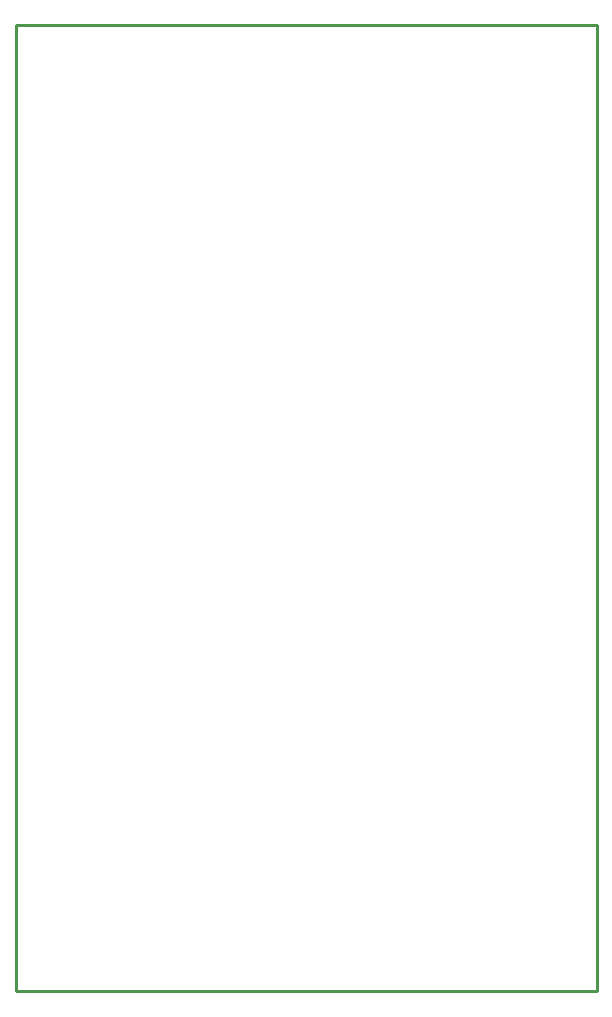
<source format=gko>
G04 Layer: BoardOutlineLayer*
G04 EasyEDA v6.5.54, 2026-02-06 19:08:49*
G04 4cf94d710e704693a343972755933389,ab8ce68afc924fbca291fda1b5b5a17a,10*
G04 Gerber Generator version 0.2*
G04 Scale: 100 percent, Rotated: No, Reflected: No *
G04 Dimensions in millimeters *
G04 leading zeros omitted , absolute positions ,4 integer and 5 decimal *
%FSLAX45Y45*%
%MOMM*%

%ADD10C,0.2540*%
%ADD11C,0.0198*%
D10*
X698500Y3721100D02*
G01*
X700023Y3721100D01*
X5613400Y3721100D01*
X5613400Y-4457700D01*
X700023Y-4457700D01*
X698500Y3721100D01*

%LPD*%
M02*

</source>
